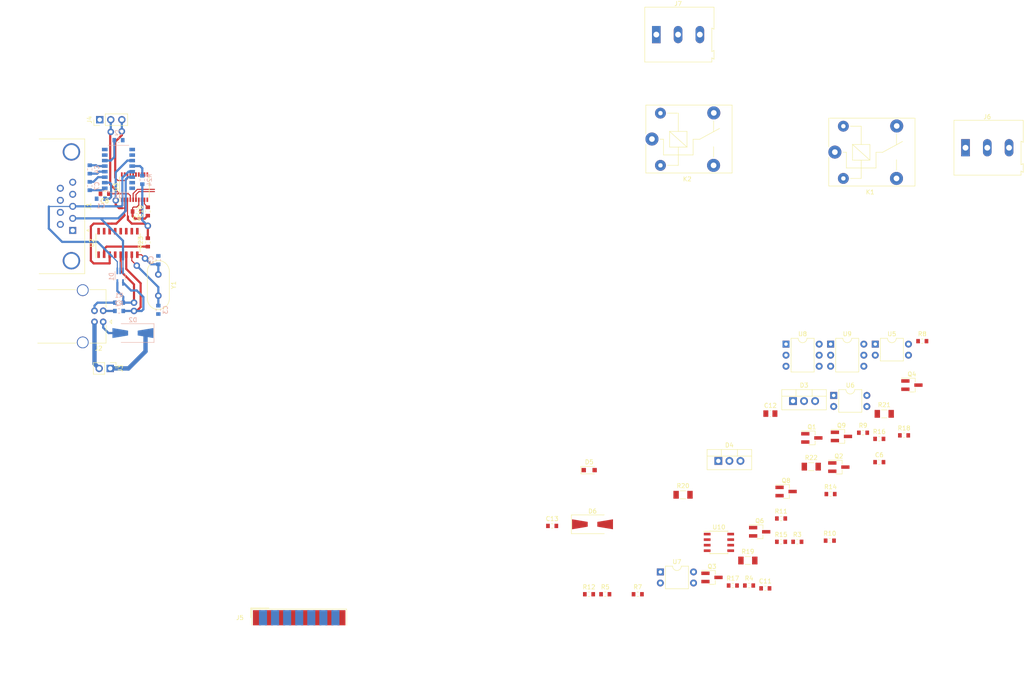
<source format=kicad_pcb>
(kicad_pcb (version 4) (host pcbnew 4.0.7)
  (layers (0 F.Cu signal) (31 B.Cu signal) (34 B.Paste user) (35 F.Paste user) (36 B.SilkS user) (37 F.SilkS user) (38 B.Mask user) (39 F.Mask user) (44 Edge.Cuts user))
  (net 0 "")
  (net 1 GND)
  (net 2 "Net-(C1-Pad2)")
  (net 3 "Net-(C2-Pad2)")
  (net 4 "Net-(C3-Pad2)")
  (net 5 "Net-(C4-Pad1)")
  (net 6 "Net-(C4-Pad2)")
  (net 7 "Net-(C5-Pad2)")
  (net 8 "Net-(C6-Pad2)")
  (net 9 "Net-(C7-Pad1)")
  (net 10 "Net-(C7-Pad2)")
  (net 11 /NRST)
  (net 12 "Net-(C9-Pad1)")
  (net 13 VCC)
  (net 14 "Net-(C12-Pad1)")
  (net 15 /TXD)
  (net 16 /RXD)
  (net 17 "Net-(D1-Pad4)")
  (net 18 "Net-(D1-Pad5)")
  (net 19 "Net-(D2-Pad2)")
  (net 20 "Net-(D3-Pad1)")
  (net 21 "Net-(D3-Pad2)")
  (net 22 "Net-(D3-Pad3)")
  (net 23 "Net-(D4-Pad1)")
  (net 24 "Net-(D4-Pad2)")
  (net 25 "Net-(D4-Pad3)")
  (net 26 "Net-(J2-Pad2)")
  (net 27 "Net-(J2-Pad3)")
  (net 28 /SWIM)
  (net 29 "Net-(J5-Pad1)")
  (net 30 "Net-(J5-Pad2)")
  (net 31 "Net-(J5-Pad3)")
  (net 32 "Net-(J5-Pad4)")
  (net 33 "Net-(J5-Pad6)")
  (net 34 "Net-(J5-Pad7)")
  (net 35 "Net-(J5-Pad8)")
  (net 36 "Net-(J5-Pad9)")
  (net 37 "Net-(J5-Pad10)")
  (net 38 "Net-(J5-Pad12)")
  (net 39 "Net-(J5-Pad14)")
  (net 40 "Net-(J5-Pad15)")
  (net 41 GNDREF)
  (net 42 "Net-(J6-Pad3)")
  (net 43 "Net-(K1-Pad2)")
  (net 44 "Net-(K2-Pad2)")
  (net 45 "Net-(Q1-Pad1)")
  (net 46 "Net-(Q1-Pad3)")
  (net 47 "Net-(Q2-Pad1)")
  (net 48 "Net-(Q2-Pad3)")
  (net 49 "Net-(Q3-Pad1)")
  (net 50 "Net-(Q4-Pad1)")
  (net 51 "Net-(Q6-Pad1)")
  (net 52 "Net-(Q8-Pad1)")
  (net 53 "Net-(Q9-Pad1)")
  (net 54 /Out0)
  (net 55 /Out1)
  (net 56 /Cur0)
  (net 57 "Net-(R7-Pad1)")
  (net 58 "Net-(R8-Pad1)")
  (net 59 "Net-(R10-Pad2)")
  (net 60 /NKEY2)
  (net 61 /NKEY1)
  (net 62 /PKEY1)
  (net 63 "Net-(R15-Pad1)")
  (net 64 /Triac0)
  (net 65 /Relay0)
  (net 66 "Net-(R17-Pad1)")
  (net 67 /Triac1)
  (net 68 /Relay1)
  (net 69 "Net-(R20-Pad2)")
  (net 70 "Net-(R22-Pad2)")
  (net 71 "Net-(R23-Pad1)")
  (net 72 /Rx)
  (net 73 "Net-(R24-Pad2)")
  (net 74 /Tx)
  (net 75 /~In0)
  (net 76 /~In1)
  (net 77 "Net-(C13-Pad1)")
  (net 78 "Net-(D6-Pad1)")
  (module Capacitor_SMD:C_0603_1608Metric_Pad0.84x1.00mm_HandSolder (layer B.Cu) (at 52.451 45.72)
    (fp_text reference C1 (at 0 1.65) (layer B.SilkS) (effects (justify mirror)))
    (fp_text value 0.1)
    (pad 1 smd rect (at -0.9625 0) (size 0.845 1) (layers B.Cu B.Paste B.Mask) (net 1 GND))
    (pad 2 smd rect (at 0.9625 0) (size 0.845 1) (layers B.Cu B.Paste B.Mask) (net 2 "Net-(C1-Pad2)"))
  )
  (module Package_SSOP:SOP-16_4.4x10.4mm_P1.27mm (layer B.Cu) (at 56.506 38.856)
    (fp_text reference U1 (at 0 6.2) (layer B.SilkS) (effects (justify mirror)))
    (fp_text value MAX3232)
    (pad 1 smd rect (at -3.15 4.45) (size 1.3 0.8) (layers B.Cu B.Paste B.Mask) (net 9 "Net-(C7-Pad1)"))
    (pad 2 smd rect (at -3.15 3.17) (size 1.3 0.8) (layers B.Cu B.Paste B.Mask) (net 2 "Net-(C1-Pad2)"))
    (pad 3 smd rect (at -3.15 1.91) (size 1.3 0.8) (layers B.Cu B.Paste B.Mask) (net 10 "Net-(C7-Pad2)"))
    (pad 4 smd rect (at -3.15 0.64) (size 1.3 0.8) (layers B.Cu B.Paste B.Mask) (net 5 "Net-(C4-Pad1)"))
    (pad 5 smd rect (at -3.15 -0.64) (size 1.3 0.8) (layers B.Cu B.Paste B.Mask) (net 6 "Net-(C4-Pad2)"))
    (pad 6 smd rect (at -3.15 -1.91) (size 1.3 0.8) (layers B.Cu B.Paste B.Mask) (net 3 "Net-(C2-Pad2)"))
    (pad 7 smd rect (at -3.15 -3.17) (size 1.3 0.8) (layers B.Cu B.Paste B.Mask))
    (pad 8 smd rect (at -3.15 -4.45) (size 1.3 0.8) (layers B.Cu B.Paste B.Mask))
    (pad 9 smd rect (at 3.15 -4.45) (size 1.3 0.8) (layers B.Cu B.Paste B.Mask))
    (pad 10 smd rect (at 3.15 -3.17) (size 1.3 0.8) (layers B.Cu B.Paste B.Mask))
    (pad 11 smd rect (at 3.15 -1.91) (size 1.3 0.8) (layers B.Cu B.Paste B.Mask) (net 74 /Tx))
    (pad 12 smd rect (at 3.15 -0.64) (size 1.3 0.8) (layers B.Cu B.Paste B.Mask) (net 73 "Net-(R24-Pad2)"))
    (pad 13 smd rect (at 3.15 0.64) (size 1.3 0.8) (layers B.Cu B.Paste B.Mask) (net 15 /TXD))
    (pad 14 smd rect (at 3.15 1.91) (size 1.3 0.8) (layers B.Cu B.Paste B.Mask) (net 16 /RXD))
    (pad 15 smd rect (at 3.15 3.17) (size 1.3 0.8) (layers B.Cu B.Paste B.Mask) (net 1 GND))
    (pad 16 smd rect (at 3.15 4.45) (size 1.3 0.8) (layers B.Cu B.Paste B.Mask) (net 13 VCC))
  )
  (module MountingHole:MountingHole_3.2mm_M3 (layer F.Cu) (at 136 27)
    (fp_text reference REF** hide)
    (fp_text value MountingHole_3.2mm_M3)
    (pad 1 np_thru_hole circle (at 0 0) (size 3.2 3.2) (drill 3.2) (layers *.Cu *.Mask))
  )
  (module MountingHole:MountingHole_3.2mm_M3 (layer F.Cu) (at 136 89)
    (fp_text reference REF** hide)
    (fp_text value MountingHole_3.2mm_M3)
    (pad 1 np_thru_hole circle (at 0 0) (size 3.2 3.2) (drill 3.2) (layers *.Cu *.Mask))
  )
  (module MountingHole:MountingHole_3.2mm_M3 (layer F.Cu) (at 44 89)
    (fp_text reference REF** hide)
    (fp_text value MountingHole_3.2mm_M3)
    (pad 1 np_thru_hole circle (at 0 0) (size 3.2 3.2) (drill 3.2) (layers *.Cu *.Mask))
  )
  (module Capacitor_SMD:C_0603_1608Metric_Pad0.84x1.00mm_HandSolder (layer B.Cu) (at 56.515 32.258 180)
    (fp_text reference C2 (at 0 1.65 180) (layer B.SilkS) (effects (justify mirror)))
    (fp_text value 0.1)
    (pad 1 smd rect (at -0.9625 0 180) (size 0.845 1) (layers B.Cu B.Paste B.Mask) (net 1 GND))
    (pad 2 smd rect (at 0.9625 0 180) (size 0.845 1) (layers B.Cu B.Paste B.Mask) (net 3 "Net-(C2-Pad2)"))
  )
  (module Capacitor_SMD:C_0603_1608Metric_Pad0.84x1.00mm_HandSolder (layer B.Cu) (at 65.659 71.247 90)
    (fp_text reference C3 (at 0 1.65 90) (layer B.SilkS) (effects (justify mirror)))
    (fp_text value 22p)
    (pad 1 smd rect (at -0.9625 0 90) (size 0.845 1) (layers B.Cu B.Paste B.Mask) (net 1 GND))
    (pad 2 smd rect (at 0.9625 0 90) (size 0.845 1) (layers B.Cu B.Paste B.Mask) (net 4 "Net-(C3-Pad2)"))
  )
  (module Capacitor_SMD:C_0603_1608Metric_Pad0.84x1.00mm_HandSolder (layer B.Cu) (at 49.911 38.989 90)
    (fp_text reference C4 (at 0 1.65 90) (layer B.SilkS) (effects (justify mirror)))
    (fp_text value 0.1)
    (pad 1 smd rect (at -0.9625 0 90) (size 0.845 1) (layers B.Cu B.Paste B.Mask) (net 5 "Net-(C4-Pad1)"))
    (pad 2 smd rect (at 0.9625 0 90) (size 0.845 1) (layers B.Cu B.Paste B.Mask) (net 6 "Net-(C4-Pad2)"))
  )
  (module Capacitor_SMD:C_0603_1608Metric_Pad0.84x1.00mm_HandSolder (layer B.Cu) (at 65.659 59.817 270)
    (fp_text reference C5 (at 0 1.65 270) (layer B.SilkS) (effects (justify mirror)))
    (fp_text value 22p)
    (pad 1 smd rect (at -0.9625 0 270) (size 0.845 1) (layers B.Cu B.Paste B.Mask) (net 1 GND))
    (pad 2 smd rect (at 0.9625 0 270) (size 0.845 1) (layers B.Cu B.Paste B.Mask) (net 7 "Net-(C5-Pad2)"))
  )
  (module Capacitor_SMD:C_0603_1608Metric_Pad0.84x1.00mm_HandSolder (layer F.Cu) (at 231.201001 106.244)
    (fp_text reference C6 (at 0 -1.65) (layer F.SilkS))
    (fp_text value 0.1)
    (pad 1 smd rect (at -0.9625 0) (size 0.845 1) (layers F.Cu F.Paste F.Mask) (net 1 GND))
    (pad 2 smd rect (at 0.9625 0) (size 0.845 1) (layers F.Cu F.Paste F.Mask) (net 8 "Net-(C6-Pad2)"))
  )
  (module Capacitor_SMD:C_0603_1608Metric_Pad0.84x1.00mm_HandSolder (layer B.Cu) (at 49.911 42.799 90)
    (fp_text reference C7 (at 0 1.65 90) (layer B.SilkS) (effects (justify mirror)))
    (fp_text value 0.1)
    (pad 1 smd rect (at -0.9625 0 90) (size 0.845 1) (layers B.Cu B.Paste B.Mask) (net 9 "Net-(C7-Pad1)"))
    (pad 2 smd rect (at 0.9625 0 90) (size 0.845 1) (layers B.Cu B.Paste B.Mask) (net 10 "Net-(C7-Pad2)"))
  )
  (module Capacitor_SMD:C_0603_1608Metric_Pad0.84x1.00mm_HandSolder (layer F.Cu) (at 53.34 44.577 180)
    (fp_text reference C8 (at 0 -1.65 180) (layer F.SilkS))
    (fp_text value 0.1)
    (pad 1 smd rect (at -0.9625 0 180) (size 0.845 1) (layers F.Cu F.Paste F.Mask) (net 11 /NRST))
    (pad 2 smd rect (at 0.9625 0 180) (size 0.845 1) (layers F.Cu F.Paste F.Mask) (net 1 GND))
  )
  (module Capacitor_SMD:C_0603_1608Metric_Pad0.84x1.00mm_HandSolder (layer F.Cu) (at 60.706 48.641 180)
    (fp_text reference C9 (at 0 -1.65 180) (layer F.SilkS))
    (fp_text value 0.1)
    (pad 1 smd rect (at -0.9625 0 180) (size 0.845 1) (layers F.Cu F.Paste F.Mask) (net 12 "Net-(C9-Pad1)"))
    (pad 2 smd rect (at 0.9625 0 180) (size 0.845 1) (layers F.Cu F.Paste F.Mask) (net 1 GND))
  )
  (module Capacitor_SMD:C_0603_1608Metric_Pad0.84x1.00mm_HandSolder (layer F.Cu) (at 63.246 48.641 90)
    (fp_text reference C10 (at 0 -1.65 90) (layer F.SilkS))
    (fp_text value 0.1)
    (pad 1 smd rect (at -0.9625 0 90) (size 0.845 1) (layers F.Cu F.Paste F.Mask) (net 1 GND))
    (pad 2 smd rect (at 0.9625 0 90) (size 0.845 1) (layers F.Cu F.Paste F.Mask) (net 13 VCC))
  )
  (module Capacitor_SMD:C_0603_1608Metric_Pad0.84x1.00mm_HandSolder (layer F.Cu) (at 205.031001 135.244)
    (fp_text reference C11 (at 0 -1.65) (layer F.SilkS))
    (fp_text value 0.1)
    (pad 1 smd rect (at -0.9625 0) (size 0.845 1) (layers F.Cu F.Paste F.Mask) (net 13 VCC))
    (pad 2 smd rect (at 0.9625 0) (size 0.845 1) (layers F.Cu F.Paste F.Mask) (net 1 GND))
  )
  (module Capacitor_SMD:C_0805_2012Metric_Pad1.15x1.50mm_HandSolder (layer F.Cu) (at 206.191001 95.094)
    (fp_text reference C12 (at 0 -1.85) (layer F.SilkS))
    (fp_text value 1n)
    (pad 1 smd rect (at -1.0425 0) (size 1.145 1.5) (layers F.Cu F.Paste F.Mask) (net 14 "Net-(C12-Pad1)"))
    (pad 2 smd rect (at 1.0425 0) (size 1.145 1.5) (layers F.Cu F.Paste F.Mask) (net 1 GND))
  )
  (module Package_TO_SOT_SMD:SOT-353_SC-70-5_Handsoldering (layer B.Cu) (at 56.896 63.627 270)
    (fp_text reference D1 (at 0 2 270) (layer B.SilkS) (effects (justify mirror)))
    (fp_text value SMF05)
    (pad 1 smd rect (at -1.33 0.65 270) (size 1.5 0.4) (layers B.Cu B.Paste B.Mask) (net 15 /TXD))
    (pad 2 smd rect (at -1.33 0 270) (size 1.5 0.4) (layers B.Cu B.Paste B.Mask) (net 1 GND))
    (pad 3 smd rect (at -1.33 -0.65 270) (size 1.5 0.4) (layers B.Cu B.Paste B.Mask) (net 16 /RXD))
    (pad 4 smd rect (at 1.33 -0.65 270) (size 1.5 0.4) (layers B.Cu B.Paste B.Mask) (net 17 "Net-(D1-Pad4)"))
    (pad 5 smd rect (at 1.33 0.65 270) (size 1.5 0.4) (layers B.Cu B.Paste B.Mask) (net 18 "Net-(D1-Pad5)"))
  )
  (module Diode_SMD:D_SMA-SMB_Universal_Handsoldering (layer B.Cu) (at 59.817 76.581 180)
    (fp_text reference D2 (at 0 3 180) (layer B.SilkS) (effects (justify mirror)))
    (fp_text value SS14)
    (pad 1 smd trapezoid (at -2.9 0 180) (size 3.6 1.7) (rect_delta 0.6 0) (layers B.Cu B.Paste B.Mask) (net 13 VCC))
    (pad 2 smd trapezoid (at 2.9 0) (size 3.6 1.7) (rect_delta 0.6 0) (layers B.Cu B.Paste B.Mask) (net 19 "Net-(D2-Pad2)"))
  )
  (module Package_TO_SOT_THT:TO-220-3_Vertical (layer F.Cu) (at 211.391001 92.204)
    (fp_text reference D3 (at 2.54 -3.62) (layer F.SilkS))
    (fp_text value BT137-600E)
    (pad 1 thru_hole rect (at 0 0) (size 1.8 1.8) (drill 1) (layers *.Cu *.Mask) (net 20 "Net-(D3-Pad1)"))
    (pad 2 thru_hole oval (at 2.54 0) (size 1.8 1.8) (drill 1) (layers *.Cu *.Mask) (net 21 "Net-(D3-Pad2)"))
    (pad 3 thru_hole oval (at 5.08 0) (size 1.8 1.8) (drill 1) (layers *.Cu *.Mask) (net 22 "Net-(D3-Pad3)"))
  )
  (module Package_TO_SOT_THT:TO-220-3_Vertical (layer F.Cu) (at 194.241001 105.964)
    (fp_text reference D4 (at 2.54 -3.62) (layer F.SilkS))
    (fp_text value BT137-600E)
    (pad 1 thru_hole rect (at 0 0) (size 1.8 1.8) (drill 1) (layers *.Cu *.Mask) (net 23 "Net-(D4-Pad1)"))
    (pad 2 thru_hole oval (at 2.54 0) (size 1.8 1.8) (drill 1) (layers *.Cu *.Mask) (net 24 "Net-(D4-Pad2)"))
    (pad 3 thru_hole oval (at 5.08 0) (size 1.8 1.8) (drill 1) (layers *.Cu *.Mask) (net 25 "Net-(D4-Pad3)"))
  )
  (module Connector_USB:USB_B_Horizontal (layer F.Cu) (at 53 74 180)
    (fp_text reference J2 (at 1.05 -6.1 180) (layer F.SilkS))
    (fp_text value USB_B)
    (pad 2 thru_hole circle (at 0 2.54 90) (size 1.52 1.52) (drill 0.81) (layers *.Cu *.Mask) (net 26 "Net-(J2-Pad2)"))
    (pad 1 thru_hole circle (at 0 0 90) (size 1.52 1.52) (drill 0.81) (layers *.Cu *.Mask) (net 19 "Net-(D2-Pad2)"))
    (pad 4 thru_hole circle (at 2 0 90) (size 1.52 1.52) (drill 0.81) (layers *.Cu *.Mask) (net 1 GND))
    (pad 3 thru_hole circle (at 2 2.54 90) (size 1.52 1.52) (drill 0.81) (layers *.Cu *.Mask) (net 27 "Net-(J2-Pad3)"))
    (pad 5 thru_hole circle (at 4.7 7.27 90) (size 2.7 2.7) (drill 2.3) (layers *.Cu *.Mask) (net 1 GND))
    (pad 5 thru_hole circle (at 4.7 -4.73 90) (size 2.7 2.7) (drill 2.3) (layers *.Cu *.Mask) (net 1 GND))
  )
  (module Connector_PinHeader_2.54mm:PinHeader_1x02_P2.54mm_Vertical (layer F.Cu) (at 54.61 84.709 270)
    (fp_text reference J3 (at 0 -2.33 270) (layer F.SilkS))
    (fp_text value 5Vext)
    (pad 1 thru_hole rect (at 0 0 270) (size 1.7 1.7) (drill 1) (layers *.Cu *.Mask) (net 13 VCC))
    (pad 2 thru_hole oval (at 0 2.54 270) (size 1.7 1.7) (drill 1) (layers *.Cu *.Mask) (net 1 GND))
  )
  (module Connector_PinHeader_2.54mm:PinHeader_1x03_P2.54mm_Vertical (layer F.Cu) (at 52.197 27.559 90)
    (fp_text reference J4 (at 0 -2.33 90) (layer F.SilkS))
    (fp_text value SWIM)
    (pad 1 thru_hole rect (at 0 0 90) (size 1.7 1.7) (drill 1) (layers *.Cu *.Mask) (net 1 GND))
    (pad 2 thru_hole oval (at 0 2.54 90) (size 1.7 1.7) (drill 1) (layers *.Cu *.Mask) (net 11 /NRST))
    (pad 3 thru_hole oval (at 0 5.08 90) (size 1.7 1.7) (drill 1) (layers *.Cu *.Mask) (net 28 /SWIM))
  )
  (module Connector_Dsub:DSUB-15_Male_EdgeMount_P2.77mm (layer F.Cu) (at 98 142)
    (fp_text reference J5 (at -13.618333 0) (layer F.SilkS))
    (fp_text value DB15_Male)
    (pad 1 smd rect (at -9.695 0) (size 1.846667 3.48) (layers F.Cu F.Paste F.Mask) (net 29 "Net-(J5-Pad1)"))
    (pad 2 smd rect (at -6.925 0) (size 1.846667 3.48) (layers F.Cu F.Paste F.Mask) (net 30 "Net-(J5-Pad2)"))
    (pad 3 smd rect (at -4.155 0) (size 1.846667 3.48) (layers F.Cu F.Paste F.Mask) (net 31 "Net-(J5-Pad3)"))
    (pad 4 smd rect (at -1.385 0) (size 1.846667 3.48) (layers F.Cu F.Paste F.Mask) (net 32 "Net-(J5-Pad4)"))
    (pad 5 smd rect (at 1.385 0) (size 1.846667 3.48) (layers F.Cu F.Paste F.Mask))
    (pad 6 smd rect (at 4.155 0) (size 1.846667 3.48) (layers F.Cu F.Paste F.Mask) (net 33 "Net-(J5-Pad6)"))
    (pad 7 smd rect (at 6.925 0) (size 1.846667 3.48) (layers F.Cu F.Paste F.Mask) (net 34 "Net-(J5-Pad7)"))
    (pad 8 smd rect (at 9.695 0) (size 1.846667 3.48) (layers F.Cu F.Paste F.Mask) (net 35 "Net-(J5-Pad8)"))
    (pad 9 smd rect (at -8.31 0) (size 1.846667 3.48) (layers B.Cu B.Paste B.Mask) (net 36 "Net-(J5-Pad9)"))
    (pad 10 smd rect (at -5.54 0) (size 1.846667 3.48) (layers B.Cu B.Paste B.Mask) (net 37 "Net-(J5-Pad10)"))
    (pad 11 smd rect (at -2.77 0) (size 1.846667 3.48) (layers B.Cu B.Paste B.Mask) (net 1 GND))
    (pad 12 smd rect (at 0 0) (size 1.846667 3.48) (layers B.Cu B.Paste B.Mask) (net 38 "Net-(J5-Pad12)"))
    (pad 13 smd rect (at 2.77 0) (size 1.846667 3.48) (layers B.Cu B.Paste B.Mask))
    (pad 14 smd rect (at 5.54 0) (size 1.846667 3.48) (layers B.Cu B.Paste B.Mask) (net 39 "Net-(J5-Pad14)"))
    (pad 15 smd rect (at 8.31 0) (size 1.846667 3.48) (layers B.Cu B.Paste B.Mask) (net 40 "Net-(J5-Pad15)"))
  )
  (module TerminalBlock:TerminalBlock_Altech_AK300-3_P5.00mm (layer F.Cu) (at 251 34)
    (fp_text reference J6 (at 5 -7.1) (layer F.SilkS))
    (fp_text value Power)
    (pad 1 thru_hole rect (at 0 0) (size 1.98 3.96) (drill 1.32) (layers *.Cu *.Mask) (net 21 "Net-(D3-Pad2)"))
    (pad 2 thru_hole oval (at 5 0) (size 1.98 3.96) (drill 1.32) (layers *.Cu *.Mask) (net 41 GNDREF))
    (pad 3 thru_hole oval (at 10 0) (size 1.98 3.96) (drill 1.32) (layers *.Cu *.Mask) (net 42 "Net-(J6-Pad3)"))
  )
  (module TerminalBlock:TerminalBlock_Altech_AK300-3_P5.00mm (layer F.Cu) (at 180 8)
    (fp_text reference J7 (at 5 -7.1) (layer F.SilkS))
    (fp_text value Power)
    (pad 1 thru_hole rect (at 0 0) (size 1.98 3.96) (drill 1.32) (layers *.Cu *.Mask) (net 24 "Net-(D4-Pad2)"))
    (pad 2 thru_hole oval (at 5 0) (size 1.98 3.96) (drill 1.32) (layers *.Cu *.Mask) (net 41 GNDREF))
    (pad 3 thru_hole oval (at 10 0) (size 1.98 3.96) (drill 1.32) (layers *.Cu *.Mask) (net 23 "Net-(D4-Pad1)"))
  )
  (module Relay_THT:Relay_SPDT_SANYOU_SRD_Series_Form_C (layer F.Cu) (at 221 35)
    (fp_text reference K1 (at 8.1 9.2) (layer F.SilkS))
    (fp_text value SRD-05VDC)
    (pad 2 thru_hole circle (at 1.95 6.05 90) (size 2.5 2.5) (drill 1) (layers *.Cu *.Mask) (net 43 "Net-(K1-Pad2)"))
    (pad 3 thru_hole circle (at 14.15 6.05 90) (size 3 3) (drill 1.3) (layers *.Cu *.Mask))
    (pad 4 thru_hole circle (at 14.2 -6 90) (size 3 3) (drill 1.3) (layers *.Cu *.Mask) (net 20 "Net-(D3-Pad1)"))
    (pad 5 thru_hole circle (at 1.95 -5.95 90) (size 2.5 2.5) (drill 1) (layers *.Cu *.Mask) (net 13 VCC))
    (pad 1 thru_hole circle (at 0 0 90) (size 3 3) (drill 1.3) (layers *.Cu *.Mask) (net 21 "Net-(D3-Pad2)"))
  )
  (module Relay_THT:Relay_SPDT_SANYOU_SRD_Series_Form_C (layer F.Cu) (at 179 32)
    (fp_text reference K2 (at 8.1 9.2) (layer F.SilkS))
    (fp_text value SRD-05VDC)
    (pad 2 thru_hole circle (at 1.95 6.05 90) (size 2.5 2.5) (drill 1) (layers *.Cu *.Mask) (net 44 "Net-(K2-Pad2)"))
    (pad 3 thru_hole circle (at 14.15 6.05 90) (size 3 3) (drill 1.3) (layers *.Cu *.Mask))
    (pad 4 thru_hole circle (at 14.2 -6 90) (size 3 3) (drill 1.3) (layers *.Cu *.Mask) (net 23 "Net-(D4-Pad1)"))
    (pad 5 thru_hole circle (at 1.95 -5.95 90) (size 2.5 2.5) (drill 1) (layers *.Cu *.Mask) (net 13 VCC))
    (pad 1 thru_hole circle (at 0 0 90) (size 3 3) (drill 1.3) (layers *.Cu *.Mask) (net 24 "Net-(D4-Pad2)"))
  )
  (module Package_TO_SOT_SMD:SOT-23_Handsoldering (layer F.Cu) (at 215.710762 100.674)
    (fp_text reference Q1 (at 0 -2.5) (layer F.SilkS))
    (fp_text value 2N7002)
    (pad 1 smd rect (at -1.5 -0.95) (size 1.9 0.8) (layers F.Cu F.Paste F.Mask) (net 45 "Net-(Q1-Pad1)"))
    (pad 2 smd rect (at -1.5 0.95) (size 1.9 0.8) (layers F.Cu F.Paste F.Mask) (net 1 GND))
    (pad 3 smd rect (at 1.5 0) (size 1.9 0.8) (layers F.Cu F.Paste F.Mask) (net 46 "Net-(Q1-Pad3)"))
  )
  (module Package_TO_SOT_SMD:SOT-23_Handsoldering (layer F.Cu) (at 221.910762 107.384)
    (fp_text reference Q2 (at 0 -2.5) (layer F.SilkS))
    (fp_text value 2N7002)
    (pad 1 smd rect (at -1.5 -0.95) (size 1.9 0.8) (layers F.Cu F.Paste F.Mask) (net 47 "Net-(Q2-Pad1)"))
    (pad 2 smd rect (at -1.5 0.95) (size 1.9 0.8) (layers F.Cu F.Paste F.Mask) (net 1 GND))
    (pad 3 smd rect (at 1.5 0) (size 1.9 0.8) (layers F.Cu F.Paste F.Mask) (net 48 "Net-(Q2-Pad3)"))
  )
  (module Package_TO_SOT_SMD:SOT-23_Handsoldering (layer F.Cu) (at 192.781001 132.734)
    (fp_text reference Q3 (at 0 -2.5) (layer F.SilkS))
    (fp_text value SI2300)
    (pad 1 smd rect (at -1.5 -0.95) (size 1.9 0.8) (layers F.Cu F.Paste F.Mask) (net 49 "Net-(Q3-Pad1)"))
    (pad 2 smd rect (at -1.5 0.95) (size 1.9 0.8) (layers F.Cu F.Paste F.Mask) (net 33 "Net-(J5-Pad6)"))
    (pad 3 smd rect (at 1.5 0) (size 1.9 0.8) (layers F.Cu F.Paste F.Mask) (net 35 "Net-(J5-Pad8)"))
  )
  (module Package_TO_SOT_SMD:SOT-23_Handsoldering (layer F.Cu) (at 238.691001 88.544)
    (fp_text reference Q4 (at 0 -2.5) (layer F.SilkS))
    (fp_text value SI2300)
    (pad 1 smd rect (at -1.5 -0.95) (size 1.9 0.8) (layers F.Cu F.Paste F.Mask) (net 50 "Net-(Q4-Pad1)"))
    (pad 2 smd rect (at -1.5 0.95) (size 1.9 0.8) (layers F.Cu F.Paste F.Mask) (net 33 "Net-(J5-Pad6)"))
    (pad 3 smd rect (at 1.5 0) (size 1.9 0.8) (layers F.Cu F.Paste F.Mask) (net 34 "Net-(J5-Pad7)"))
  )
  (module Package_TO_SOT_SMD:SOT-23_Handsoldering (layer F.Cu) (at 203.733143 122.244)
    (fp_text reference Q6 (at 0 -2.5) (layer F.SilkS))
    (fp_text value AO3407)
    (pad 1 smd rect (at -1.5 -0.95) (size 1.9 0.8) (layers F.Cu F.Paste F.Mask) (net 51 "Net-(Q6-Pad1)"))
    (pad 2 smd rect (at -1.5 0.95) (size 1.9 0.8) (layers F.Cu F.Paste F.Mask) (net 40 "Net-(J5-Pad15)"))
    (pad 3 smd rect (at 1.5 0) (size 1.9 0.8) (layers F.Cu F.Paste F.Mask) (net 39 "Net-(J5-Pad14)"))
  )
  (module Package_TO_SOT_SMD:SOT-23_Handsoldering (layer F.Cu) (at 209.800762 112.994)
    (fp_text reference Q8 (at 0 -2.5) (layer F.SilkS))
    (fp_text value 2N7002)
    (pad 1 smd rect (at -1.5 -0.95) (size 1.9 0.8) (layers F.Cu F.Paste F.Mask) (net 52 "Net-(Q8-Pad1)"))
    (pad 2 smd rect (at -1.5 0.95) (size 1.9 0.8) (layers F.Cu F.Paste F.Mask) (net 1 GND))
    (pad 3 smd rect (at 1.5 0) (size 1.9 0.8) (layers F.Cu F.Paste F.Mask) (net 43 "Net-(K1-Pad2)"))
  )
  (module Package_TO_SOT_SMD:SOT-23_Handsoldering (layer F.Cu) (at 222.510762 100.334)
    (fp_text reference Q9 (at 0 -2.5) (layer F.SilkS))
    (fp_text value 2N7002)
    (pad 1 smd rect (at -1.5 -0.95) (size 1.9 0.8) (layers F.Cu F.Paste F.Mask) (net 53 "Net-(Q9-Pad1)"))
    (pad 2 smd rect (at -1.5 0.95) (size 1.9 0.8) (layers F.Cu F.Paste F.Mask) (net 1 GND))
    (pad 3 smd rect (at 1.5 0) (size 1.9 0.8) (layers F.Cu F.Paste F.Mask) (net 44 "Net-(K2-Pad2)"))
  )
  (module Resistor_SMD:R_0603_1608Metric_Pad0.84x1.00mm_HandSolder (layer B.Cu) (at 56.642 69.596 180)
    (fp_text reference R1 (at 0 1.65 180) (layer B.SilkS) (effects (justify mirror)))
    (fp_text value 22)
    (pad 1 smd rect (at -0.9625 0 180) (size 0.845 1) (layers B.Cu B.Paste B.Mask) (net 18 "Net-(D1-Pad5)"))
    (pad 2 smd rect (at 0.9625 0 180) (size 0.845 1) (layers B.Cu B.Paste B.Mask) (net 27 "Net-(J2-Pad3)"))
  )
  (module Resistor_SMD:R_0603_1608Metric_Pad0.84x1.00mm_HandSolder (layer B.Cu) (at 56.642 71.501 180)
    (fp_text reference R2 (at 0 1.65 180) (layer B.SilkS) (effects (justify mirror)))
    (fp_text value 22)
    (pad 1 smd rect (at -0.9625 0 180) (size 0.845 1) (layers B.Cu B.Paste B.Mask) (net 17 "Net-(D1-Pad4)"))
    (pad 2 smd rect (at 0.9625 0 180) (size 0.845 1) (layers B.Cu B.Paste B.Mask) (net 26 "Net-(J2-Pad2)"))
  )
  (module Resistor_SMD:R_0603_1608Metric_Pad0.84x1.00mm_HandSolder (layer F.Cu) (at 212.381001 124.544)
    (fp_text reference R3 (at 0 -1.65) (layer F.SilkS))
    (fp_text value 330)
    (pad 1 smd rect (at -0.9625 0) (size 0.845 1) (layers F.Cu F.Paste F.Mask) (net 47 "Net-(Q2-Pad1)"))
    (pad 2 smd rect (at 0.9625 0) (size 0.845 1) (layers F.Cu F.Paste F.Mask) (net 54 /Out0))
  )
  (module Resistor_SMD:R_0603_1608Metric_Pad0.84x1.00mm_HandSolder (layer F.Cu) (at 201.301001 134.594)
    (fp_text reference R4 (at 0 -1.65) (layer F.SilkS))
    (fp_text value 330)
    (pad 1 smd rect (at -0.9625 0) (size 0.845 1) (layers F.Cu F.Paste F.Mask) (net 45 "Net-(Q1-Pad1)"))
    (pad 2 smd rect (at 0.9625 0) (size 0.845 1) (layers F.Cu F.Paste F.Mask) (net 55 /Out1))
  )
  (module Resistor_SMD:R_0603_1608Metric_Pad0.84x1.00mm_HandSolder (layer F.Cu) (at 168.281001 136.594)
    (fp_text reference R5 (at 0 -1.65) (layer F.SilkS))
    (fp_text value 4k7)
    (pad 1 smd rect (at -0.9625 0) (size 0.845 1) (layers F.Cu F.Paste F.Mask) (net 78 "Net-(D6-Pad1)"))
    (pad 2 smd rect (at 0.9625 0) (size 0.845 1) (layers F.Cu F.Paste F.Mask) (net 77 "Net-(C13-Pad1)"))
  )
  (module Resistor_SMD:R_0603_1608Metric_Pad0.84x1.00mm_HandSolder (layer F.Cu) (at 175.741001 136.594)
    (fp_text reference R7 (at 0 -1.65) (layer F.SilkS))
    (fp_text value 150)
    (pad 1 smd rect (at -0.9625 0) (size 0.845 1) (layers F.Cu F.Paste F.Mask) (net 57 "Net-(R7-Pad1)"))
    (pad 2 smd rect (at 0.9625 0) (size 0.845 1) (layers F.Cu F.Paste F.Mask) (net 13 VCC))
  )
  (module Resistor_SMD:R_0603_1608Metric_Pad0.84x1.00mm_HandSolder (layer F.Cu) (at 241.071001 78.444)
    (fp_text reference R8 (at 0 -1.65) (layer F.SilkS))
    (fp_text value 150)
    (pad 1 smd rect (at -0.9625 0) (size 0.845 1) (layers F.Cu F.Paste F.Mask) (net 58 "Net-(R8-Pad1)"))
    (pad 2 smd rect (at 0.9625 0) (size 0.845 1) (layers F.Cu F.Paste F.Mask) (net 13 VCC))
  )
  (module Resistor_SMD:R_0603_1608Metric_Pad0.84x1.00mm_HandSolder (layer F.Cu) (at 227.471001 99.484)
    (fp_text reference R9 (at 0 -1.65) (layer F.SilkS))
    (fp_text value 150)
    (pad 1 smd rect (at -0.9625 0) (size 0.845 1) (layers F.Cu F.Paste F.Mask) (net 38 "Net-(J5-Pad12)"))
    (pad 2 smd rect (at 0.9625 0) (size 0.845 1) (layers F.Cu F.Paste F.Mask) (net 75 /~In0))
  )
  (module Resistor_SMD:R_0603_1608Metric_Pad0.84x1.00mm_HandSolder (layer F.Cu) (at 219.841001 124.284)
    (fp_text reference R10 (at 0 -1.65) (layer F.SilkS))
    (fp_text value 150)
    (pad 1 smd rect (at -0.9625 0) (size 0.845 1) (layers F.Cu F.Paste F.Mask) (net 37 "Net-(J5-Pad10)"))
    (pad 2 smd rect (at 0.9625 0) (size 0.845 1) (layers F.Cu F.Paste F.Mask) (net 59 "Net-(R10-Pad2)"))
  )
  (module Resistor_SMD:R_0603_1608Metric_Pad0.84x1.00mm_HandSolder (layer F.Cu) (at 208.651001 119.194)
    (fp_text reference R11 (at 0 -1.65) (layer F.SilkS))
    (fp_text value 330)
    (pad 1 smd rect (at -0.9625 0) (size 0.845 1) (layers F.Cu F.Paste F.Mask) (net 49 "Net-(Q3-Pad1)"))
    (pad 2 smd rect (at 0.9625 0) (size 0.845 1) (layers F.Cu F.Paste F.Mask) (net 60 /NKEY2))
  )
  (module Resistor_SMD:R_0603_1608Metric_Pad0.84x1.00mm_HandSolder (layer F.Cu) (at 164.551001 136.594)
    (fp_text reference R12 (at 0 -1.65) (layer F.SilkS))
    (fp_text value 330)
    (pad 1 smd rect (at -0.9625 0) (size 0.845 1) (layers F.Cu F.Paste F.Mask) (net 50 "Net-(Q4-Pad1)"))
    (pad 2 smd rect (at 0.9625 0) (size 0.845 1) (layers F.Cu F.Paste F.Mask) (net 61 /NKEY1))
  )
  (module Resistor_SMD:R_0603_1608Metric_Pad0.84x1.00mm_HandSolder (layer F.Cu) (at 220.011001 113.584)
    (fp_text reference R14 (at 0 -1.65) (layer F.SilkS))
    (fp_text value 330)
    (pad 1 smd rect (at -0.9625 0) (size 0.845 1) (layers F.Cu F.Paste F.Mask) (net 51 "Net-(Q6-Pad1)"))
    (pad 2 smd rect (at 0.9625 0) (size 0.845 1) (layers F.Cu F.Paste F.Mask) (net 62 /PKEY1))
  )
  (module Resistor_SMD:R_0603_1608Metric_Pad0.84x1.00mm_HandSolder (layer F.Cu) (at 208.651001 124.544)
    (fp_text reference R15 (at 0 -1.65) (layer F.SilkS))
    (fp_text value 100)
    (pad 1 smd rect (at -0.9625 0) (size 0.845 1) (layers F.Cu F.Paste F.Mask) (net 63 "Net-(R15-Pad1)"))
    (pad 2 smd rect (at 0.9625 0) (size 0.845 1) (layers F.Cu F.Paste F.Mask) (net 64 /Triac0))
  )
  (module Resistor_SMD:R_0603_1608Metric_Pad0.84x1.00mm_HandSolder (layer F.Cu) (at 231.201001 100.894)
    (fp_text reference R16 (at 0 -1.65) (layer F.SilkS))
    (fp_text value 330)
    (pad 1 smd rect (at -0.9625 0) (size 0.845 1) (layers F.Cu F.Paste F.Mask) (net 52 "Net-(Q8-Pad1)"))
    (pad 2 smd rect (at 0.9625 0) (size 0.845 1) (layers F.Cu F.Paste F.Mask) (net 65 /Relay0))
  )
  (module Resistor_SMD:R_0603_1608Metric_Pad0.84x1.00mm_HandSolder (layer F.Cu) (at 197.571001 134.594)
    (fp_text reference R17 (at 0 -1.65) (layer F.SilkS))
    (fp_text value 100)
    (pad 1 smd rect (at -0.9625 0) (size 0.845 1) (layers F.Cu F.Paste F.Mask) (net 66 "Net-(R17-Pad1)"))
    (pad 2 smd rect (at 0.9625 0) (size 0.845 1) (layers F.Cu F.Paste F.Mask) (net 67 /Triac1))
  )
  (module Resistor_SMD:R_0603_1608Metric_Pad0.84x1.00mm_HandSolder (layer F.Cu) (at 236.891001 100.094)
    (fp_text reference R18 (at 0 -1.65) (layer F.SilkS))
    (fp_text value 330)
    (pad 1 smd rect (at -0.9625 0) (size 0.845 1) (layers F.Cu F.Paste F.Mask) (net 53 "Net-(Q9-Pad1)"))
    (pad 2 smd rect (at 0.9625 0) (size 0.845 1) (layers F.Cu F.Paste F.Mask) (net 68 /Relay1))
  )
  (module Resistor_SMD:R_1206_3216Metric_Pad1.24x1.80mm_HandSolder (layer F.Cu) (at 201.021001 128.844)
    (fp_text reference R19 (at 0 -2.05) (layer F.SilkS))
    (fp_text value 330)
    (pad 1 smd rect (at -1.5925 0) (size 1.245 1.8) (layers F.Cu F.Paste F.Mask) (net 20 "Net-(D3-Pad1)"))
    (pad 2 smd rect (at 1.5925 0) (size 1.245 1.8) (layers F.Cu F.Paste F.Mask) (net 22 "Net-(D3-Pad3)"))
  )
  (module Resistor_SMD:R_1206_3216Metric_Pad1.24x1.80mm_HandSolder (layer F.Cu) (at 186.141001 113.744)
    (fp_text reference R20 (at 0 -2.05) (layer F.SilkS))
    (fp_text value 330)
    (pad 1 smd rect (at -1.5925 0) (size 1.245 1.8) (layers F.Cu F.Paste F.Mask) (net 21 "Net-(D3-Pad2)"))
    (pad 2 smd rect (at 1.5925 0) (size 1.245 1.8) (layers F.Cu F.Paste F.Mask) (net 69 "Net-(R20-Pad2)"))
  )
  (module Resistor_SMD:R_1206_3216Metric_Pad1.24x1.80mm_HandSolder (layer F.Cu) (at 232.341001 95.144)
    (fp_text reference R21 (at 0 -2.05) (layer F.SilkS))
    (fp_text value 330)
    (pad 1 smd rect (at -1.5925 0) (size 1.245 1.8) (layers F.Cu F.Paste F.Mask) (net 23 "Net-(D4-Pad1)"))
    (pad 2 smd rect (at 1.5925 0) (size 1.245 1.8) (layers F.Cu F.Paste F.Mask) (net 25 "Net-(D4-Pad3)"))
  )
  (module Resistor_SMD:R_1206_3216Metric_Pad1.24x1.80mm_HandSolder (layer F.Cu) (at 215.581001 107.274)
    (fp_text reference R22 (at 0 -2.05) (layer F.SilkS))
    (fp_text value 330)
    (pad 1 smd rect (at -1.5925 0) (size 1.245 1.8) (layers F.Cu F.Paste F.Mask) (net 24 "Net-(D4-Pad2)"))
    (pad 2 smd rect (at 1.5925 0) (size 1.245 1.8) (layers F.Cu F.Paste F.Mask) (net 70 "Net-(R22-Pad2)"))
  )
  (module Resistor_SMD:R_0603_1608Metric_Pad0.84x1.00mm_HandSolder (layer F.Cu) (at 63.246 55.753 90)
    (fp_text reference R23 (at 0 -1.65 90) (layer F.SilkS))
    (fp_text value 510)
    (pad 1 smd rect (at -0.9625 0 90) (size 0.845 1) (layers F.Cu F.Paste F.Mask) (net 71 "Net-(R23-Pad1)"))
    (pad 2 smd rect (at 0.9625 0 90) (size 0.845 1) (layers F.Cu F.Paste F.Mask) (net 72 /Rx))
  )
  (module Resistor_SMD:R_0603_1608Metric_Pad0.84x1.00mm_HandSolder (layer B.Cu) (at 61.976 41.402 90)
    (fp_text reference R24 (at 0 1.65 90) (layer B.SilkS) (effects (justify mirror)))
    (fp_text value 510)
    (pad 1 smd rect (at -0.9625 0 90) (size 0.845 1) (layers B.Cu B.Paste B.Mask) (net 72 /Rx))
    (pad 2 smd rect (at 0.9625 0 90) (size 0.845 1) (layers B.Cu B.Paste B.Mask) (net 73 "Net-(R24-Pad2)"))
  )
  (module Package_SOIC:SOIC-16_3.9x9.9mm_P1.27mm (layer F.Cu) (at 56.388 55.88 90)
    (fp_text reference U2 (at 0 -6 90) (layer F.SilkS))
    (fp_text value CH340G)
    (pad 1 smd rect (at -2.7 -4.445 90) (size 1.5 0.6) (layers F.Cu F.Paste F.Mask) (net 1 GND))
    (pad 2 smd rect (at -2.7 -3.175 90) (size 1.5 0.6) (layers F.Cu F.Paste F.Mask) (net 71 "Net-(R23-Pad1)"))
    (pad 3 smd rect (at -2.7 -1.905 90) (size 1.5 0.6) (layers F.Cu F.Paste F.Mask) (net 74 /Tx))
    (pad 4 smd rect (at -2.7 -0.635 90) (size 1.5 0.6) (layers F.Cu F.Paste F.Mask) (net 8 "Net-(C6-Pad2)"))
    (pad 5 smd rect (at -2.7 0.635 90) (size 1.5 0.6) (layers F.Cu F.Paste F.Mask) (net 18 "Net-(D1-Pad5)"))
    (pad 6 smd rect (at -2.7 1.905 90) (size 1.5 0.6) (layers F.Cu F.Paste F.Mask) (net 17 "Net-(D1-Pad4)"))
    (pad 7 smd rect (at -2.7 3.175 90) (size 1.5 0.6) (layers F.Cu F.Paste F.Mask) (net 4 "Net-(C3-Pad2)"))
    (pad 8 smd rect (at -2.7 4.445 90) (size 1.5 0.6) (layers F.Cu F.Paste F.Mask) (net 7 "Net-(C5-Pad2)"))
    (pad 9 smd rect (at 2.7 4.445 90) (size 1.5 0.6) (layers F.Cu F.Paste F.Mask))
    (pad 10 smd rect (at 2.7 3.175 90) (size 1.5 0.6) (layers F.Cu F.Paste F.Mask))
    (pad 11 smd rect (at 2.7 1.905 90) (size 1.5 0.6) (layers F.Cu F.Paste F.Mask))
    (pad 12 smd rect (at 2.7 0.635 90) (size 1.5 0.6) (layers F.Cu F.Paste F.Mask))
    (pad 13 smd rect (at 2.7 -0.635 90) (size 1.5 0.6) (layers F.Cu F.Paste F.Mask))
    (pad 14 smd rect (at 2.7 -1.905 90) (size 1.5 0.6) (layers F.Cu F.Paste F.Mask))
    (pad 15 smd rect (at 2.7 -3.175 90) (size 1.5 0.6) (layers F.Cu F.Paste F.Mask))
    (pad 16 smd rect (at 2.7 -4.445 90) (size 1.5 0.6) (layers F.Cu F.Paste F.Mask) (net 13 VCC))
  )
  (module Package_SSOP:SSOP-20_4.4x6.5mm_P0.65mm (layer F.Cu) (at 60.198 43.053 90)
    (fp_text reference U3 (at 0 -4.3 90) (layer F.SilkS))
    (fp_text value STM8S003F3P)
    (pad 1 smd rect (at -2.9 -2.925 90) (size 1 0.4) (layers F.Cu F.Paste F.Mask))
    (pad 2 smd rect (at -2.9 -2.275 90) (size 1 0.4) (layers F.Cu F.Paste F.Mask) (net 74 /Tx))
    (pad 3 smd rect (at -2.9 -1.625 90) (size 1 0.4) (layers F.Cu F.Paste F.Mask) (net 72 /Rx))
    (pad 4 smd rect (at -2.9 -0.975 90) (size 1 0.4) (layers F.Cu F.Paste F.Mask) (net 11 /NRST))
    (pad 5 smd rect (at -2.9 -0.325 90) (size 1 0.4) (layers F.Cu F.Paste F.Mask) (net 75 /~In0))
    (pad 6 smd rect (at -2.9 0.325 90) (size 1 0.4) (layers F.Cu F.Paste F.Mask) (net 76 /~In1))
    (pad 7 smd rect (at -2.9 0.975 90) (size 1 0.4) (layers F.Cu F.Paste F.Mask) (net 1 GND))
    (pad 8 smd rect (at -2.9 1.625 90) (size 1 0.4) (layers F.Cu F.Paste F.Mask) (net 12 "Net-(C9-Pad1)"))
    (pad 9 smd rect (at -2.9 2.275 90) (size 1 0.4) (layers F.Cu F.Paste F.Mask) (net 13 VCC))
    (pad 10 smd rect (at -2.9 2.925 90) (size 1 0.4) (layers F.Cu F.Paste F.Mask) (net 62 /PKEY1))
    (pad 11 smd rect (at 2.9 2.925 90) (size 1 0.4) (layers F.Cu F.Paste F.Mask) (net 55 /Out1))
    (pad 12 smd rect (at 2.9 2.275 90) (size 1 0.4) (layers F.Cu F.Paste F.Mask) (net 54 /Out0))
    (pad 13 smd rect (at 2.9 1.625 90) (size 1 0.4) (layers F.Cu F.Paste F.Mask) (net 60 /NKEY2))
    (pad 14 smd rect (at 2.9 0.975 90) (size 1 0.4) (layers F.Cu F.Paste F.Mask) (net 77 "Net-(C13-Pad1)"))
    (pad 15 smd rect (at 2.9 0.325 90) (size 1 0.4) (layers F.Cu F.Paste F.Mask) (net 61 /NKEY1))
    (pad 16 smd rect (at 2.9 -0.325 90) (size 1 0.4) (layers F.Cu F.Paste F.Mask) (net 68 /Relay1))
    (pad 17 smd rect (at 2.9 -0.975 90) (size 1 0.4) (layers F.Cu F.Paste F.Mask) (net 67 /Triac1))
    (pad 18 smd rect (at 2.9 -1.625 90) (size 1 0.4) (layers F.Cu F.Paste F.Mask) (net 28 /SWIM))
    (pad 19 smd rect (at 2.9 -2.275 90) (size 1 0.4) (layers F.Cu F.Paste F.Mask) (net 65 /Relay0))
    (pad 20 smd rect (at 2.9 -2.925 90) (size 1 0.4) (layers F.Cu F.Paste F.Mask) (net 64 /Triac0))
  )
  (module Package_DIP:DIP-4_W7.62mm (layer F.Cu) (at 230.281001 79.124)
    (fp_text reference U5 (at 3.81 -2.33) (layer F.SilkS))
    (fp_text value PC817)
    (pad 1 thru_hole rect (at 0 0) (size 1.6 1.6) (drill 0.8) (layers *.Cu *.Mask) (net 59 "Net-(R10-Pad2)"))
    (pad 3 thru_hole oval (at 7.62 2.54) (size 1.6 1.6) (drill 0.8) (layers *.Cu *.Mask) (net 1 GND))
    (pad 2 thru_hole oval (at 0 2.54) (size 1.6 1.6) (drill 0.8) (layers *.Cu *.Mask) (net 36 "Net-(J5-Pad9)"))
    (pad 4 thru_hole oval (at 7.62 0) (size 1.6 1.6) (drill 0.8) (layers *.Cu *.Mask) (net 76 /~In1))
  )
  (module Package_DIP:DIP-4_W7.62mm (layer F.Cu) (at 220.731001 90.914)
    (fp_text reference U6 (at 3.81 -2.33) (layer F.SilkS))
    (fp_text value PC817)
    (pad 1 thru_hole rect (at 0 0) (size 1.6 1.6) (drill 0.8) (layers *.Cu *.Mask) (net 57 "Net-(R7-Pad1)"))
    (pad 3 thru_hole oval (at 7.62 2.54) (size 1.6 1.6) (drill 0.8) (layers *.Cu *.Mask) (net 31 "Net-(J5-Pad3)"))
    (pad 2 thru_hole oval (at 0 2.54) (size 1.6 1.6) (drill 0.8) (layers *.Cu *.Mask) (net 46 "Net-(Q1-Pad3)"))
    (pad 4 thru_hole oval (at 7.62 0) (size 1.6 1.6) (drill 0.8) (layers *.Cu *.Mask) (net 32 "Net-(J5-Pad4)"))
  )
  (module Package_DIP:DIP-4_W7.62mm (layer F.Cu) (at 180.931001 131.474)
    (fp_text reference U7 (at 3.81 -2.33) (layer F.SilkS))
    (fp_text value PC817)
    (pad 1 thru_hole rect (at 0 0) (size 1.6 1.6) (drill 0.8) (layers *.Cu *.Mask) (net 58 "Net-(R8-Pad1)"))
    (pad 3 thru_hole oval (at 7.62 2.54) (size 1.6 1.6) (drill 0.8) (layers *.Cu *.Mask) (net 29 "Net-(J5-Pad1)"))
    (pad 2 thru_hole oval (at 0 2.54) (size 1.6 1.6) (drill 0.8) (layers *.Cu *.Mask) (net 48 "Net-(Q2-Pad3)"))
    (pad 4 thru_hole oval (at 7.62 0) (size 1.6 1.6) (drill 0.8) (layers *.Cu *.Mask) (net 30 "Net-(J5-Pad2)"))
  )
  (module Package_DIP:DIP-6_W7.62mm (layer F.Cu) (at 209.781001 79.124)
    (fp_text reference U8 (at 3.81 -2.33) (layer F.SilkS))
    (fp_text value MOC3063M)
    (pad 1 thru_hole rect (at 0 0) (size 1.6 1.6) (drill 0.8) (layers *.Cu *.Mask) (net 63 "Net-(R15-Pad1)"))
    (pad 4 thru_hole oval (at 7.62 5.08) (size 1.6 1.6) (drill 0.8) (layers *.Cu *.Mask) (net 22 "Net-(D3-Pad3)"))
    (pad 2 thru_hole oval (at 0 2.54) (size 1.6 1.6) (drill 0.8) (layers *.Cu *.Mask) (net 1 GND))
    (pad 5 thru_hole oval (at 7.62 2.54) (size 1.6 1.6) (drill 0.8) (layers *.Cu *.Mask))
    (pad 3 thru_hole oval (at 0 5.08) (size 1.6 1.6) (drill 0.8) (layers *.Cu *.Mask))
    (pad 6 thru_hole oval (at 7.62 0) (size 1.6 1.6) (drill 0.8) (layers *.Cu *.Mask) (net 69 "Net-(R20-Pad2)"))
  )
  (module Package_DIP:DIP-6_W7.62mm (layer F.Cu) (at 220.031001 79.124)
    (fp_text reference U9 (at 3.81 -2.33) (layer F.SilkS))
    (fp_text value MOC3063M)
    (pad 1 thru_hole rect (at 0 0) (size 1.6 1.6) (drill 0.8) (layers *.Cu *.Mask) (net 66 "Net-(R17-Pad1)"))
    (pad 4 thru_hole oval (at 7.62 5.08) (size 1.6 1.6) (drill 0.8) (layers *.Cu *.Mask) (net 25 "Net-(D4-Pad3)"))
    (pad 2 thru_hole oval (at 0 2.54) (size 1.6 1.6) (drill 0.8) (layers *.Cu *.Mask) (net 1 GND))
    (pad 5 thru_hole oval (at 7.62 2.54) (size 1.6 1.6) (drill 0.8) (layers *.Cu *.Mask))
    (pad 3 thru_hole oval (at 0 5.08) (size 1.6 1.6) (drill 0.8) (layers *.Cu *.Mask))
    (pad 6 thru_hole oval (at 7.62 0) (size 1.6 1.6) (drill 0.8) (layers *.Cu *.Mask) (net 70 "Net-(R22-Pad2)"))
  )
  (module Package_SOIC:SOIC-8_3.9x4.9mm_P1.27mm (layer F.Cu) (at 194.381001 124.684)
    (fp_text reference U10 (at 0 -3.5) (layer F.SilkS))
    (fp_text value ACS712)
    (pad 1 smd rect (at -2.7 -1.905) (size 1.55 0.6) (layers F.Cu F.Paste F.Mask) (net 42 "Net-(J6-Pad3)"))
    (pad 2 smd rect (at -2.7 -0.635) (size 1.55 0.6) (layers F.Cu F.Paste F.Mask) (net 42 "Net-(J6-Pad3)"))
    (pad 3 smd rect (at -2.7 0.635) (size 1.55 0.6) (layers F.Cu F.Paste F.Mask) (net 20 "Net-(D3-Pad1)"))
    (pad 4 smd rect (at -2.7 1.905) (size 1.55 0.6) (layers F.Cu F.Paste F.Mask) (net 20 "Net-(D3-Pad1)"))
    (pad 5 smd rect (at 2.7 1.905) (size 1.55 0.6) (layers F.Cu F.Paste F.Mask) (net 1 GND))
    (pad 6 smd rect (at 2.7 0.635) (size 1.55 0.6) (layers F.Cu F.Paste F.Mask) (net 14 "Net-(C12-Pad1)"))
    (pad 7 smd rect (at 2.7 -0.635) (size 1.55 0.6) (layers F.Cu F.Paste F.Mask) (net 56 /Cur0))
    (pad 8 smd rect (at 2.7 -1.905) (size 1.55 0.6) (layers F.Cu F.Paste F.Mask) (net 13 VCC))
  )
  (module Crystal:Crystal_HC49-U_Vertical (layer F.Cu) (at 65.659 63.119 270)
    (fp_text reference Y1 (at 2.44 -3.525 270) (layer F.SilkS))
    (fp_text value 12M)
    (pad 1 thru_hole circle (at 0 0 270) (size 1.5 1.5) (drill 0.8) (layers *.Cu *.Mask) (net 7 "Net-(C5-Pad2)"))
    (pad 2 thru_hole circle (at 4.88 0 270) (size 1.5 1.5) (drill 0.8) (layers *.Cu *.Mask) (net 4 "Net-(C3-Pad2)"))
  )
  (module MountingHole:MountingHole_3.2mm_M3 (layer F.Cu) (at 44 27)
    (fp_text reference REF** hide)
    (fp_text value MountingHole_3.2mm_M3)
    (pad 1 np_thru_hole circle (at 0 0) (size 3.2 3.2) (drill 3.2) (layers *.Cu *.Mask))
  )
  (module Connector_Dsub:DSUB-9_Female_Horizontal_P2.77x2.84mm_EdgePinOffset4.94mm_Housed_MountingHolesOffset7.48mm (layer F.Cu) (at 46 53 270)
    (fp_text reference J1 (at -5.54 -3.7 270) (layer F.SilkS))
    (fp_text value DB9_Female)
    (pad 1 thru_hole rect (at 0 0 270) (size 1.6 1.6) (drill 1) (layers *.Cu *.Mask))
    (pad 2 thru_hole circle (at -2.77 0 270) (size 1.6 1.6) (drill 1) (layers *.Cu *.Mask) (net 16 /RXD))
    (pad 3 thru_hole circle (at -5.54 0 270) (size 1.6 1.6) (drill 1) (layers *.Cu *.Mask) (net 15 /TXD))
    (pad 4 thru_hole circle (at -8.31 0 270) (size 1.6 1.6) (drill 1) (layers *.Cu *.Mask))
    (pad 5 thru_hole circle (at -11.08 0 270) (size 1.6 1.6) (drill 1) (layers *.Cu *.Mask) (net 1 GND))
    (pad 6 thru_hole circle (at -1.385 2.84 270) (size 1.6 1.6) (drill 1) (layers *.Cu *.Mask))
    (pad 7 thru_hole circle (at -4.155 2.84 270) (size 1.6 1.6) (drill 1) (layers *.Cu *.Mask))
    (pad 8 thru_hole circle (at -6.925 2.84 270) (size 1.6 1.6) (drill 1) (layers *.Cu *.Mask))
    (pad 9 thru_hole circle (at -9.695 2.84 270) (size 1.6 1.6) (drill 1) (layers *.Cu *.Mask))
    (pad 0 thru_hole circle (at -18.04 0.3 270) (size 4 4) (drill 3.2) (layers *.Cu *.Mask))
    (pad 0 thru_hole circle (at 6.96 0.3 270) (size 4 4) (drill 3.2) (layers *.Cu *.Mask))
  )
  (module Diode_SMD:D_SOD-323_HandSoldering (layer F.Cu) (at 164.592 108.077)
    (fp_text reference D5 (at 0 -1.85) (layer F.SilkS))
    (fp_text value MM3Z3V6)
    (pad 1 smd rect (at -1.25 0) (size 1 1) (layers F.Cu F.Paste F.Mask) (net 75 /~In0))
    (pad 2 smd rect (at 1.25 0) (size 1 1) (layers F.Cu F.Paste F.Mask) (net 1 GND))
  )
  (module Capacitor_SMD:C_0603_1608Metric_Pad0.84x1.00mm_HandSolder (layer F.Cu) (at 156.083 120.904)
    (fp_text reference C13 (at 0 -1.65) (layer F.SilkS))
    (fp_text value 0.1)
    (pad 1 smd rect (at -0.9625 0) (size 0.845 1) (layers F.Cu F.Paste F.Mask) (net 77 "Net-(C13-Pad1)"))
    (pad 2 smd rect (at 0.9625 0) (size 0.845 1) (layers F.Cu F.Paste F.Mask) (net 1 GND))
  )
  (module Diode_SMD:D_SMA-SMB_Universal_Handsoldering (layer F.Cu) (at 165.354 120.523)
    (fp_text reference D6 (at 0 -3) (layer F.SilkS))
    (fp_text value SS14)
    (pad 1 smd trapezoid (at -2.9 0) (size 3.6 1.7) (rect_delta 0.6 0) (layers F.Cu F.Paste F.Mask) (net 78 "Net-(D6-Pad1)"))
    (pad 2 smd trapezoid (at 2.9 0 180) (size 3.6 1.7) (rect_delta 0.6 0) (layers F.Cu F.Paste F.Mask) (net 56 /Cur0))
  )
  (segment (start 59.7435 48.641) (end 59.7435 49.7105) (width 0.5) (layer F.Cu) (net 1))
  (segment (start 62.5575 50.292) (end 63.246 49.6035) (width 0.5) (layer F.Cu) (net 1))
  (segment (start 60.325 50.292) (end 62.5575 50.292) (width 0.5) (layer F.Cu) (net 1))
  (segment (start 59.7435 49.7105) (end 60.325 50.292) (width 0.5) (layer F.Cu) (net 1))
  (segment (start 61.173 45.953) (end 61.173 47.158) (width 0.25) (layer F.Cu) (net 1))
  (segment (start 59.7435 47.8255) (end 59.7435 48.641) (width 0.25) (layer F.Cu) (net 1))
  (segment (start 59.944 47.625) (end 59.7435 47.8255) (width 0.25) (layer F.Cu) (net 1))
  (segment (start 60.706 47.625) (end 59.944 47.625) (width 0.25) (layer F.Cu) (net 1))
  (segment (start 61.173 47.158) (end 60.706 47.625) (width 0.25) (layer F.Cu) (net 1))
  (segment (start 51 74) (end 51 83.639) (width 1) (layer B.Cu) (net 1))
  (segment (start 51 83.639) (end 52.07 84.709) (width 1) (layer B.Cu) (net 1))
  (segment (start 56.896 62.297) (end 56.896 60.325) (width 0.25) (layer B.Cu) (net 1))
  (segment (start 53.4135 45.72) (end 54.4295 45.72) (width 0.5) (layer B.Cu) (net 2))
  (segment (start 54.472 42.026) (end 54.8105 42.3645) (width 0.5) (layer B.Cu) (net 2))
  (segment (start 54.8105 42.3645) (end 54.8105 45.339) (width 0.5) (layer B.Cu) (net 2))
  (segment (start 54.472 42.026) (end 53.356 42.026) (width 0.5) (layer B.Cu) (net 2))
  (segment (start 54.4295 45.72) (end 54.8105 45.339) (width 0.5) (layer B.Cu) (net 2))
  (segment (start 55.5525 32.258) (end 55.5525 36.1415) (width 0.5) (layer B.Cu) (net 3))
  (segment (start 54.748 36.946) (end 53.356 36.946) (width 0.5) (layer B.Cu) (net 3))
  (segment (start 55.5525 36.1415) (end 54.748 36.946) (width 0.5) (layer B.Cu) (net 3))
  (segment (start 59.563 58.58) (end 59.563 59.944) (width 0.25) (layer F.Cu) (net 4))
  (segment (start 65.659 66.04) (end 60.706 61.087) (width 0.5) (layer B.Cu) (net 4))
  (via (at 60.706 61.087) (size 1.5) (drill 0.8) (layers F.Cu B.Cu) (net 4))
  (segment (start 65.659 66.04) (end 65.659 67.999) (width 0.5) (layer B.Cu) (net 4))
  (segment (start 59.563 59.944) (end 60.706 61.087) (width 0.25) (layer F.Cu) (net 4))
  (segment (start 65.659 70.2845) (end 65.659 67.999) (width 0.5) (layer B.Cu) (net 4))
  (segment (start 53.356 39.496) (end 52.071 39.496) (width 0.5) (layer B.Cu) (net 5))
  (segment (start 51.6155 39.9515) (end 49.911 39.9515) (width 0.5) (layer B.Cu) (net 5))
  (segment (start 52.071 39.496) (end 51.6155 39.9515) (width 0.5) (layer B.Cu) (net 5))
  (segment (start 53.356 38.216) (end 51.551 38.216) (width 0.5) (layer B.Cu) (net 6))
  (segment (start 51.3615 38.0265) (end 49.911 38.0265) (width 0.5) (layer B.Cu) (net 6))
  (segment (start 51.551 38.216) (end 51.3615 38.0265) (width 0.5) (layer B.Cu) (net 6))
  (segment (start 60.833 58.58) (end 61.755 58.58) (width 0.25) (layer F.Cu) (net 7))
  (segment (start 63.9545 60.7795) (end 62.611 59.436) (width 0.5) (layer B.Cu) (net 7))
  (via (at 62.611 59.436) (size 1.5) (drill 0.8) (layers F.Cu B.Cu) (net 7))
  (segment (start 63.9545 60.7795) (end 65.659 60.7795) (width 0.5) (layer B.Cu) (net 7))
  (segment (start 61.755 58.58) (end 62.611 59.436) (width 0.25) (layer F.Cu) (net 7))
  (segment (start 65.659 63.119) (end 65.659 60.7795) (width 0.5) (layer B.Cu) (net 7))
  (segment (start 49.911 43.7615) (end 52.9005 43.7615) (width 0.5) (layer B.Cu) (net 9))
  (segment (start 52.9005 43.7615) (end 53.356 43.306) (width 0.5) (layer B.Cu) (net 9))
  (segment (start 49.911 41.8365) (end 50.7465 41.8365) (width 0.5) (layer B.Cu) (net 10))
  (segment (start 51.817 40.766) (end 53.356 40.766) (width 0.5) (layer B.Cu) (net 10))
  (segment (start 50.7465 41.8365) (end 51.817 40.766) (width 0.5) (layer B.Cu) (net 10))
  (segment (start 54.3025 44.577) (end 56.769 44.577) (width 0.25) (layer F.Cu) (net 11))
  (segment (start 56.007 43.815) (end 54.61 42.418) (width 0.5) (layer F.Cu) (net 11))
  (segment (start 59.223 44.999) (end 58.801 44.577) (width 0.25) (layer F.Cu) (net 11))
  (segment (start 58.801 44.577) (end 56.769 44.577) (width 0.25) (layer F.Cu) (net 11))
  (segment (start 56.769 44.577) (end 56.007 43.815) (width 0.25) (layer F.Cu) (net 11))
  (segment (start 59.223 45.953) (end 59.223 44.999) (width 0.25) (layer F.Cu) (net 11))
  (segment (start 54.737 30.353) (end 54.737 27.559) (width 0.5) (layer B.Cu) (net 11))
  (via (at 54.737 30.353) (size 1.5) (drill 0.8) (layers F.Cu B.Cu) (net 11))
  (segment (start 54.61 30.48) (end 54.737 30.353) (width 0.5) (layer F.Cu) (net 11))
  (segment (start 54.61 42.418) (end 54.61 30.48) (width 0.5) (layer F.Cu) (net 11))
  (segment (start 61.823 45.953) (end 61.823 48.4865) (width 0.25) (layer F.Cu) (net 12))
  (segment (start 61.823 48.4865) (end 61.6685 48.641) (width 0.25) (layer F.Cu) (net 12))
  (segment (start 62.473 45.953) (end 62.473 46.9055) (width 0.25) (layer F.Cu) (net 13))
  (segment (start 62.473 46.9055) (end 63.246 47.6785) (width 0.25) (layer F.Cu) (net 13))
  (segment (start 54.61 84.709) (end 58.801 84.709) (width 1) (layer B.Cu) (net 13))
  (segment (start 62.717 80.793) (end 62.717 76.581) (width 1) (layer B.Cu) (net 13))
  (segment (start 58.801 84.709) (end 62.717 80.793) (width 1) (layer B.Cu) (net 13))
  (segment (start 54.483 47.46) (end 57.188 47.46) (width 0.5) (layer B.Cu) (net 15))
  (segment (start 57.404 47.244) (end 57.404 43.815) (width 0.5) (layer B.Cu) (net 15))
  (segment (start 57.188 47.46) (end 57.404 47.244) (width 0.5) (layer B.Cu) (net 15))
  (segment (start 59.656 39.496) (end 58.802 39.496) (width 0.5) (layer B.Cu) (net 15))
  (segment (start 58.802 39.496) (end 57.404 40.894) (width 0.5) (layer B.Cu) (net 15))
  (segment (start 57.404 40.894) (end 57.404 43.815) (width 0.5) (layer B.Cu) (net 15))
  (segment (start 54.483 47.46) (end 46 47.46) (width 0.5) (layer B.Cu) (net 15))
  (segment (start 45.962 47.498) (end 40.513 47.498) (width 0.25) (layer B.Cu) (net 15))
  (segment (start 51.689 55.626) (end 43.561 55.626) (width 0.5) (layer B.Cu) (net 15))
  (segment (start 43.561 55.626) (end 40.513 52.578) (width 0.5) (layer B.Cu) (net 15))
  (segment (start 40.513 52.578) (end 40.513 47.498) (width 0.5) (layer B.Cu) (net 15))
  (segment (start 54.991 58.928) (end 56.134 60.071) (width 0.25) (layer B.Cu) (net 15))
  (segment (start 56.246 60.183) (end 56.134 60.071) (width 0.25) (layer B.Cu) (net 15))
  (segment (start 56.246 60.183) (end 56.246 62.297) (width 0.25) (layer B.Cu) (net 15))
  (segment (start 54.991 58.928) (end 51.689 55.626) (width 0.5) (layer B.Cu) (net 15))
  (segment (start 45.962 47.498) (end 46 47.46) (width 0.25) (layer B.Cu) (net 15))
  (segment (start 53.467 50.23) (end 56.45 50.23) (width 0.5) (layer B.Cu) (net 16))
  (segment (start 58.166 48.514) (end 58.166 44.704) (width 0.5) (layer B.Cu) (net 16))
  (segment (start 56.45 50.23) (end 58.166 48.514) (width 0.5) (layer B.Cu) (net 16))
  (segment (start 59.656 40.766) (end 58.675 40.766) (width 0.5) (layer B.Cu) (net 16))
  (segment (start 58.675 40.766) (end 58.166 41.275) (width 0.5) (layer B.Cu) (net 16))
  (segment (start 58.166 41.275) (end 58.166 44.704) (width 0.5) (layer B.Cu) (net 16))
  (segment (start 53.467 50.23) (end 52.389 50.23) (width 0.5) (layer B.Cu) (net 16))
  (segment (start 57.546 59.705) (end 57.546 55.387) (width 0.5) (layer B.Cu) (net 16))
  (segment (start 52.389 50.23) (end 46 50.23) (width 0.5) (layer B.Cu) (net 16))
  (segment (start 57.546 55.387) (end 52.389 50.23) (width 0.5) (layer B.Cu) (net 16))
  (segment (start 57.546 62.297) (end 57.546 59.705) (width 0.25) (layer B.Cu) (net 16))
  (segment (start 57.546 59.705) (end 57.531 59.69) (width 0.25) (layer B.Cu) (net 16))
  (segment (start 60.071 71.501) (end 60.706 71.501) (width 0.5) (layer F.Cu) (net 17))
  (via (at 60.071 71.501) (size 1.5) (drill 0.8) (layers F.Cu B.Cu) (net 17))
  (segment (start 58.293 61.849) (end 58.293 58.58) (width 0.5) (layer F.Cu) (net 17))
  (segment (start 61.595 65.151) (end 58.293 61.849) (width 0.5) (layer F.Cu) (net 17))
  (segment (start 61.595 70.612) (end 61.595 65.151) (width 0.5) (layer F.Cu) (net 17))
  (segment (start 60.706 71.501) (end 61.595 70.612) (width 0.5) (layer F.Cu) (net 17))
  (segment (start 60.071 71.501) (end 61.849 71.501) (width 0.5) (layer B.Cu) (net 17))
  (segment (start 57.6045 71.501) (end 60.071 71.501) (width 0.5) (layer B.Cu) (net 17))
  (segment (start 59.391 66.802) (end 57.546 64.957) (width 0.5) (layer B.Cu) (net 17))
  (segment (start 60.706 66.802) (end 59.391 66.802) (width 0.5) (layer B.Cu) (net 17))
  (segment (start 62.23 68.326) (end 60.706 66.802) (width 0.5) (layer B.Cu) (net 17))
  (segment (start 62.23 71.12) (end 62.23 68.326) (width 0.5) (layer B.Cu) (net 17))
  (segment (start 61.849 71.501) (end 62.23 71.12) (width 0.5) (layer B.Cu) (net 17))
  (segment (start 60.071 69.596) (end 60.071 65.405) (width 0.5) (layer F.Cu) (net 18))
  (via (at 60.071 69.596) (size 1.5) (drill 0.8) (layers F.Cu B.Cu) (net 18))
  (segment (start 57.6045 69.596) (end 60.071 69.596) (width 0.5) (layer B.Cu) (net 18))
  (segment (start 57.023 62.357) (end 57.023 58.58) (width 0.5) (layer F.Cu) (net 18))
  (segment (start 60.071 65.405) (end 57.023 62.357) (width 0.5) (layer F.Cu) (net 18))
  (segment (start 56.246 64.957) (end 56.246 66.914) (width 0.5) (layer B.Cu) (net 18))
  (segment (start 57.6045 68.2725) (end 57.6045 69.596) (width 0.5) (layer B.Cu) (net 18))
  (segment (start 56.246 66.914) (end 57.6045 68.2725) (width 0.5) (layer B.Cu) (net 18))
  (segment (start 53 74) (end 53 75.352) (width 0.5) (layer B.Cu) (net 19))
  (segment (start 54.229 76.581) (end 56.917 76.581) (width 0.5) (layer B.Cu) (net 19))
  (segment (start 53 75.352) (end 54.229 76.581) (width 0.5) (layer B.Cu) (net 19))
  (segment (start 55.6795 71.501) (end 53.041 71.501) (width 0.5) (layer B.Cu) (net 26))
  (segment (start 53.041 71.501) (end 53 71.46) (width 0.5) (layer B.Cu) (net 26))
  (segment (start 51 71.46) (end 51 70.285) (width 0.5) (layer B.Cu) (net 27))
  (segment (start 51.689 69.596) (end 55.6795 69.596) (width 0.5) (layer B.Cu) (net 27))
  (segment (start 51 70.285) (end 51.689 69.596) (width 0.5) (layer B.Cu) (net 27))
  (segment (start 55.753 40.894) (end 55.753 32.639) (width 0.5) (layer F.Cu) (net 28))
  (segment (start 58.573 41.122) (end 58.166 41.529) (width 0.25) (layer F.Cu) (net 28))
  (segment (start 58.166 41.529) (end 56.388 41.529) (width 0.25) (layer F.Cu) (net 28))
  (segment (start 56.388 41.529) (end 55.753 40.894) (width 0.25) (layer F.Cu) (net 28))
  (segment (start 58.573 40.153) (end 58.573 41.122) (width 0.25) (layer F.Cu) (net 28))
  (segment (start 57.277 30.226) (end 57.277 27.559) (width 0.5) (layer B.Cu) (net 28))
  (via (at 57.277 30.226) (size 1.5) (drill 0.8) (layers F.Cu B.Cu) (net 28))
  (segment (start 57.277 31.115) (end 57.277 30.226) (width 0.5) (layer F.Cu) (net 28))
  (segment (start 55.753 32.639) (end 57.277 31.115) (width 0.5) (layer F.Cu) (net 28))
  (segment (start 63.246 56.7155) (end 53.7745 56.7155) (width 0.5) (layer F.Cu) (net 71))
  (segment (start 53.213 57.277) (end 53.213 58.58) (width 0.5) (layer F.Cu) (net 71))
  (segment (start 53.7745 56.7155) (end 53.213 57.277) (width 0.5) (layer F.Cu) (net 71))
  (segment (start 58.573 45.953) (end 58.573 49.683) (width 0.25) (layer F.Cu) (net 72))
  (segment (start 62.992 51.943) (end 62.484 51.435) (width 0.5) (layer F.Cu) (net 72))
  (segment (start 62.484 51.435) (end 59.563 51.435) (width 0.5) (layer F.Cu) (net 72))
  (segment (start 59.563 51.435) (end 58.674 50.546) (width 0.5) (layer F.Cu) (net 72))
  (segment (start 58.674 50.546) (end 58.674 49.784) (width 0.5) (layer F.Cu) (net 72))
  (segment (start 62.992 51.943) (end 63.246 51.943) (width 0.5) (layer F.Cu) (net 72))
  (segment (start 58.573 49.683) (end 58.674 49.784) (width 0.25) (layer F.Cu) (net 72))
  (segment (start 63.246 54.7905) (end 63.246 51.943) (width 0.5) (layer F.Cu) (net 72))
  (segment (start 61.976 50.673) (end 61.976 42.3645) (width 0.5) (layer B.Cu) (net 72))
  (segment (start 63.246 51.943) (end 61.976 50.673) (width 0.5) (layer B.Cu) (net 72))
  (via (at 63.246 51.943) (size 1.5) (drill 0.8) (layers F.Cu B.Cu) (net 72))
  (segment (start 61.976 40.4395) (end 61.976 38.735) (width 0.5) (layer B.Cu) (net 73))
  (segment (start 61.457 38.216) (end 59.656 38.216) (width 0.5) (layer B.Cu) (net 73))
  (segment (start 61.976 38.735) (end 61.457 38.216) (width 0.5) (layer B.Cu) (net 73))
  (segment (start 57.923 47.879) (end 57.404 47.879) (width 0.25) (layer F.Cu) (net 74))
  (segment (start 55.88 47.117) (end 56.642 47.879) (width 0.5) (layer F.Cu) (net 74))
  (segment (start 56.642 47.879) (end 57.404 47.879) (width 0.5) (layer F.Cu) (net 74))
  (segment (start 58.558 36.946) (end 55.88 39.624) (width 0.5) (layer B.Cu) (net 74))
  (segment (start 55.88 39.624) (end 55.88 46.101) (width 0.5) (layer B.Cu) (net 74))
  (via (at 55.88 46.101) (size 1.5) (drill 0.8) (layers F.Cu B.Cu) (net 74))
  (segment (start 58.558 36.946) (end 59.656 36.946) (width 0.5) (layer B.Cu) (net 74))
  (segment (start 55.88 46.101) (end 55.88 47.117) (width 0.5) (layer F.Cu) (net 74))
  (segment (start 57.923 47.879) (end 57.912 47.879) (width 0.25) (layer F.Cu) (net 74))
  (segment (start 57.912 47.879) (end 57.923 47.879) (width 0.25) (layer F.Cu) (net 74))
  (segment (start 54.991 51.435) (end 56.007 51.435) (width 0.5) (layer F.Cu) (net 74))
  (segment (start 56.007 51.435) (end 57.923 49.519) (width 0.5) (layer F.Cu) (net 74))
  (segment (start 57.923 45.953) (end 57.923 47.879) (width 0.25) (layer F.Cu) (net 74))
  (segment (start 57.923 47.879) (end 57.923 49.519) (width 0.25) (layer F.Cu) (net 74))
  (segment (start 54.483 60.579) (end 50.8 60.579) (width 0.5) (layer F.Cu) (net 74))
  (segment (start 50.8 60.579) (end 50.165 59.944) (width 0.5) (layer F.Cu) (net 74))
  (segment (start 50.165 59.944) (end 50.165 52.07) (width 0.5) (layer F.Cu) (net 74))
  (segment (start 50.165 52.07) (end 50.8 51.435) (width 0.5) (layer F.Cu) (net 74))
  (segment (start 50.8 51.435) (end 54.991 51.435) (width 0.5) (layer F.Cu) (net 74))
  (segment (start 54.483 60.579) (end 54.483 58.58) (width 0.5) (layer F.Cu) (net 74))
  (segment (start 59.873 45.953) (end 59.873 44.521) (width 0.25) (layer F.Cu) (net 75))
  (segment (start 60.833 43.561) (end 64.77 43.561) (width 0.25) (layer F.Cu) (net 75))
  (segment (start 59.873 44.521) (end 60.833 43.561) (width 0.25) (layer F.Cu) (net 75))
  (segment (start 60.523 45.953) (end 60.523 44.76) (width 0.25) (layer F.Cu) (net 76))
  (segment (start 61.214 44.069) (end 64.77 44.069) (width 0.25) (layer F.Cu) (net 76))
  (segment (start 60.523 44.76) (end 61.214 44.069) (width 0.25) (layer F.Cu) (net 76))
)
</source>
